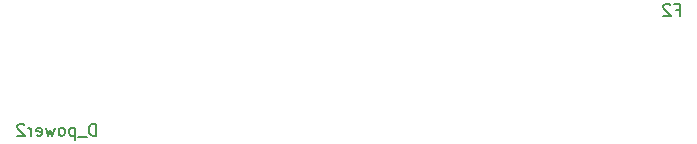
<source format=gbr>
%TF.GenerationSoftware,KiCad,Pcbnew,(6.0.0)*%
%TF.CreationDate,2023-03-29T15:00:35+03:00*%
%TF.ProjectId,shema,7368656d-612e-46b6-9963-61645f706362,rev?*%
%TF.SameCoordinates,Original*%
%TF.FileFunction,Legend,Bot*%
%TF.FilePolarity,Positive*%
%FSLAX46Y46*%
G04 Gerber Fmt 4.6, Leading zero omitted, Abs format (unit mm)*
G04 Created by KiCad (PCBNEW (6.0.0)) date 2023-03-29 15:00:35*
%MOMM*%
%LPD*%
G01*
G04 APERTURE LIST*
%ADD10C,0.150000*%
G04 APERTURE END LIST*
D10*
%TO.C,F2*%
X175593333Y-58348571D02*
X175926666Y-58348571D01*
X175926666Y-58872380D02*
X175926666Y-57872380D01*
X175450476Y-57872380D01*
X175117142Y-57967619D02*
X175069523Y-57920000D01*
X174974285Y-57872380D01*
X174736190Y-57872380D01*
X174640952Y-57920000D01*
X174593333Y-57967619D01*
X174545714Y-58062857D01*
X174545714Y-58158095D01*
X174593333Y-58300952D01*
X175164761Y-58872380D01*
X174545714Y-58872380D01*
%TO.C,D_power2*%
X126475714Y-69032380D02*
X126475714Y-68032380D01*
X126237619Y-68032380D01*
X126094761Y-68080000D01*
X125999523Y-68175238D01*
X125951904Y-68270476D01*
X125904285Y-68460952D01*
X125904285Y-68603809D01*
X125951904Y-68794285D01*
X125999523Y-68889523D01*
X126094761Y-68984761D01*
X126237619Y-69032380D01*
X126475714Y-69032380D01*
X125713809Y-69127619D02*
X124951904Y-69127619D01*
X124713809Y-68365714D02*
X124713809Y-69365714D01*
X124713809Y-68413333D02*
X124618571Y-68365714D01*
X124428095Y-68365714D01*
X124332857Y-68413333D01*
X124285238Y-68460952D01*
X124237619Y-68556190D01*
X124237619Y-68841904D01*
X124285238Y-68937142D01*
X124332857Y-68984761D01*
X124428095Y-69032380D01*
X124618571Y-69032380D01*
X124713809Y-68984761D01*
X123666190Y-69032380D02*
X123761428Y-68984761D01*
X123809047Y-68937142D01*
X123856666Y-68841904D01*
X123856666Y-68556190D01*
X123809047Y-68460952D01*
X123761428Y-68413333D01*
X123666190Y-68365714D01*
X123523333Y-68365714D01*
X123428095Y-68413333D01*
X123380476Y-68460952D01*
X123332857Y-68556190D01*
X123332857Y-68841904D01*
X123380476Y-68937142D01*
X123428095Y-68984761D01*
X123523333Y-69032380D01*
X123666190Y-69032380D01*
X122999523Y-68365714D02*
X122809047Y-69032380D01*
X122618571Y-68556190D01*
X122428095Y-69032380D01*
X122237619Y-68365714D01*
X121475714Y-68984761D02*
X121570952Y-69032380D01*
X121761428Y-69032380D01*
X121856666Y-68984761D01*
X121904285Y-68889523D01*
X121904285Y-68508571D01*
X121856666Y-68413333D01*
X121761428Y-68365714D01*
X121570952Y-68365714D01*
X121475714Y-68413333D01*
X121428095Y-68508571D01*
X121428095Y-68603809D01*
X121904285Y-68699047D01*
X120999523Y-69032380D02*
X120999523Y-68365714D01*
X120999523Y-68556190D02*
X120951904Y-68460952D01*
X120904285Y-68413333D01*
X120809047Y-68365714D01*
X120713809Y-68365714D01*
X120428095Y-68127619D02*
X120380476Y-68080000D01*
X120285238Y-68032380D01*
X120047142Y-68032380D01*
X119951904Y-68080000D01*
X119904285Y-68127619D01*
X119856666Y-68222857D01*
X119856666Y-68318095D01*
X119904285Y-68460952D01*
X120475714Y-69032380D01*
X119856666Y-69032380D01*
%TD*%
M02*

</source>
